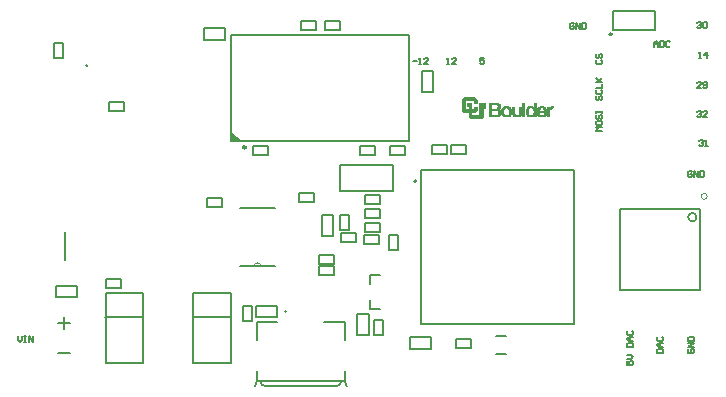
<source format=gto>
G04 Layer_Color=65535*
%FSLAX43Y43*%
%MOMM*%
G71*
G01*
G75*
%ADD34C,0.152*%
%ADD35C,0.254*%
%ADD50C,0.025*%
%ADD71C,0.140*%
%ADD72C,0.200*%
%ADD73C,0.240*%
%ADD74C,0.000*%
%ADD75C,0.127*%
%ADD76C,0.051*%
D34*
X-5305Y14021D02*
G03*
X-5305Y14021I-359J0D01*
G01*
X-59665Y27534D02*
Y28804D01*
Y27534D02*
X-58903D01*
Y28804D01*
X-59665D02*
X-58903D01*
X-55092Y23012D02*
X-53822D01*
Y23774D01*
X-55092D02*
X-53822D01*
X-55092Y23012D02*
Y23774D01*
X-31318Y11227D02*
X-30556D01*
X-31318D02*
Y12497D01*
X-30556D01*
Y11227D02*
Y12497D01*
X-32926Y6284D02*
X-32080D01*
X-32926D02*
Y7049D01*
Y9129D02*
X-32080D01*
X-32926Y8339D02*
Y9129D01*
X-27730Y19380D02*
X-26460D01*
Y20142D01*
X-27730D02*
X-26460D01*
X-27730Y19380D02*
Y20142D01*
X-30976Y16274D02*
Y18466D01*
X-35497Y16274D02*
X-30976D01*
X-35497Y18466D02*
X-30976D01*
X-35497Y16274D02*
Y18466D01*
X-38964Y15316D02*
Y16078D01*
X-37694D01*
Y15316D02*
Y16078D01*
X-38964Y15316D02*
X-37694D01*
X-45517Y14910D02*
Y15672D01*
X-46787Y14910D02*
X-45517D01*
X-46787D02*
Y15672D01*
X-45517D01*
X-22249Y3925D02*
X-21449D01*
X-22249Y2425D02*
X-21449D01*
X-26104Y19355D02*
Y20117D01*
X-24834D01*
Y19355D02*
Y20117D01*
X-26104Y19355D02*
X-24834D01*
X-24410Y2972D02*
Y3734D01*
X-25680Y2972D02*
X-24410D01*
X-25680D02*
Y3734D01*
X-24410D01*
X-37287Y10084D02*
X-36017D01*
X-37287D02*
Y10846D01*
X-36017Y10084D02*
Y10846D01*
X-37287D02*
X-36017D01*
X-37312Y9119D02*
X-36042D01*
X-37312D02*
Y9881D01*
X-36042Y9119D02*
Y9881D01*
X-37312D02*
X-36042D01*
X-55322Y8001D02*
Y8763D01*
X-54052D01*
Y8001D02*
Y8763D01*
X-55322Y8001D02*
X-54052D01*
X-47930Y1698D02*
Y7598D01*
Y1698D02*
X-44730D01*
Y7598D01*
X-47930D02*
X-44730D01*
X-47930Y5588D02*
X-44755Y5587D01*
X-55346Y1688D02*
Y7588D01*
Y1688D02*
X-52146D01*
Y7588D01*
X-55346D02*
X-52146D01*
X-55347Y5578D02*
X-52172Y5577D01*
X-34164Y11887D02*
Y12649D01*
X-35434Y11887D02*
X-34164D01*
X-35434D02*
Y12649D01*
X-34164D01*
X-33350Y15113D02*
Y15875D01*
X-32080D01*
Y15113D02*
Y15875D01*
X-33350Y15113D02*
X-32080D01*
X-34036Y5842D02*
X-33071D01*
Y4064D02*
Y5842D01*
X-34036Y4064D02*
X-33071D01*
X-34036D02*
Y5842D01*
X-34696Y12904D02*
Y14174D01*
X-35458D02*
X-34696D01*
X-35458Y12904D02*
Y14174D01*
Y12904D02*
X-34696D01*
X-31286Y20041D02*
X-30016D01*
X-31286Y19279D02*
Y20041D01*
Y19279D02*
X-30016D01*
Y20041D01*
X-29564Y3861D02*
X-27786D01*
X-29564Y2896D02*
Y3861D01*
Y2896D02*
X-27786D01*
Y3861D01*
X-36804Y29845D02*
X-35534D01*
Y30607D01*
X-36804D02*
X-35534D01*
X-36804Y29845D02*
Y30607D01*
X-43986Y20443D02*
X-29686D01*
Y29443D01*
X-44686D02*
X-29686D01*
X-44686Y21143D02*
Y29443D01*
X-59563Y7239D02*
X-57785D01*
Y8204D01*
X-59563D02*
X-57785D01*
X-59563Y7239D02*
Y8204D01*
X-32563Y19279D02*
Y20041D01*
X-33833Y19279D02*
X-32563D01*
X-33833D02*
Y20041D01*
X-32563D01*
X-41579Y19304D02*
Y20066D01*
X-42849Y19304D02*
X-41579D01*
X-42849D02*
Y20066D01*
X-41579D01*
X-38812Y30632D02*
X-37542D01*
X-38812Y29870D02*
Y30632D01*
Y29870D02*
X-37542D01*
Y30632D01*
X-42598Y5563D02*
X-40820D01*
Y6528D01*
X-42598D02*
X-40820D01*
X-42598Y5563D02*
Y6528D01*
X-42901Y5208D02*
Y6478D01*
X-43663D02*
X-42901D01*
X-43663Y5208D02*
X-42901D01*
X-43663D02*
Y6478D01*
X-33375Y12776D02*
X-32105D01*
Y13538D01*
X-33375D02*
X-32105D01*
X-33375Y12776D02*
Y13538D01*
X-33426Y11760D02*
Y12522D01*
X-32156D01*
Y11760D02*
Y12522D01*
X-33426Y11760D02*
X-32156D01*
X-37008Y14171D02*
X-36043D01*
X-37008Y12393D02*
Y14171D01*
Y12393D02*
X-36043D01*
Y14171D01*
X-32639Y4038D02*
X-31877D01*
X-32639D02*
Y5308D01*
X-31877D01*
Y4038D02*
Y5308D01*
X-33376Y13945D02*
Y14707D01*
X-32106D01*
Y13945D02*
Y14707D01*
X-33376Y13945D02*
X-32106D01*
X-5007Y7878D02*
Y14678D01*
X-11807D02*
X-5007D01*
X-11807Y7878D02*
Y14678D01*
Y7878D02*
X-5007D01*
X-43917Y14834D02*
X-41021D01*
X-43917Y9855D02*
X-42164D01*
X-41021D01*
X-28575Y26391D02*
X-27610D01*
Y24613D02*
Y26391D01*
X-28575Y24613D02*
X-27610D01*
X-28575D02*
Y26391D01*
X-45263Y29058D02*
Y30023D01*
X-47041Y29058D02*
X-45263D01*
X-47041D02*
Y30023D01*
X-45263D01*
X-62738Y3937D02*
Y3598D01*
X-62569Y3429D01*
X-62399Y3598D01*
Y3937D01*
X-62230D02*
X-62061D01*
X-62146D01*
Y3429D01*
X-62230D01*
X-62061D01*
X-61807D02*
Y3937D01*
X-61468Y3429D01*
Y3937D01*
X-15714Y30395D02*
X-15799Y30480D01*
X-15968D01*
X-16053Y30395D01*
Y30057D01*
X-15968Y29972D01*
X-15799D01*
X-15714Y30057D01*
Y30226D01*
X-15884D01*
X-15545Y29972D02*
Y30480D01*
X-15206Y29972D01*
Y30480D01*
X-15037D02*
Y29972D01*
X-14783D01*
X-14699Y30057D01*
Y30395D01*
X-14783Y30480D01*
X-15037D01*
X-8941Y28397D02*
Y28736D01*
X-8772Y28905D01*
X-8602Y28736D01*
Y28397D01*
Y28651D01*
X-8941D01*
X-8433Y28905D02*
Y28397D01*
X-8179D01*
X-8094Y28482D01*
Y28820D01*
X-8179Y28905D01*
X-8433D01*
X-7587Y28820D02*
X-7671Y28905D01*
X-7840D01*
X-7925Y28820D01*
Y28482D01*
X-7840Y28397D01*
X-7671D01*
X-7587Y28482D01*
X-23309Y27508D02*
X-23647D01*
Y27254D01*
X-23478Y27339D01*
X-23393D01*
X-23309Y27254D01*
Y27085D01*
X-23393Y27000D01*
X-23563D01*
X-23647Y27085D01*
X-26416Y27000D02*
X-26247Y27002D01*
X-26331Y27001D01*
X-26336Y27509D01*
X-26420Y27423D01*
X-25654Y27007D02*
X-25993Y27004D01*
X-25657Y27345D01*
X-25658Y27430D01*
X-25743Y27514D01*
X-25913Y27512D01*
X-25996Y27427D01*
X-29309Y27279D02*
X-28970Y27276D01*
X-28804Y27020D02*
X-28635Y27018D01*
X-28719Y27019D01*
X-28713Y27527D01*
X-28799Y27443D01*
X-28042Y27011D02*
X-28381Y27015D01*
X-28038Y27350D01*
X-28037Y27435D01*
X-28121Y27520D01*
X-28290Y27522D01*
X-28376Y27438D01*
X-13310Y21336D02*
X-13817D01*
X-13648Y21505D01*
X-13817Y21675D01*
X-13310D01*
X-13817Y22098D02*
Y21928D01*
X-13733Y21844D01*
X-13394D01*
X-13310Y21928D01*
Y22098D01*
X-13394Y22182D01*
X-13733D01*
X-13817Y22098D01*
X-13733Y22690D02*
X-13817Y22606D01*
Y22436D01*
X-13733Y22352D01*
X-13648D01*
X-13564Y22436D01*
Y22606D01*
X-13479Y22690D01*
X-13394D01*
X-13310Y22606D01*
Y22436D01*
X-13394Y22352D01*
X-13817Y22860D02*
Y23029D01*
Y22944D01*
X-13310D01*
Y22860D01*
Y23029D01*
X-13733Y27313D02*
X-13817Y27229D01*
Y27059D01*
X-13733Y26975D01*
X-13394D01*
X-13310Y27059D01*
Y27229D01*
X-13394Y27313D01*
X-13733Y27821D02*
X-13817Y27737D01*
Y27567D01*
X-13733Y27483D01*
X-13648D01*
X-13564Y27567D01*
Y27737D01*
X-13479Y27821D01*
X-13394D01*
X-13310Y27737D01*
Y27567D01*
X-13394Y27483D01*
X-13733Y24316D02*
X-13817Y24232D01*
Y24062D01*
X-13733Y23978D01*
X-13648D01*
X-13564Y24062D01*
Y24232D01*
X-13479Y24316D01*
X-13394D01*
X-13310Y24232D01*
Y24062D01*
X-13394Y23978D01*
X-13733Y24824D02*
X-13817Y24739D01*
Y24570D01*
X-13733Y24485D01*
X-13394D01*
X-13310Y24570D01*
Y24739D01*
X-13394Y24824D01*
X-13817Y24993D02*
X-13310D01*
Y25332D01*
X-13817Y25501D02*
X-13310D01*
X-13479D01*
X-13817Y25840D01*
X-13564Y25586D01*
X-13310Y25840D01*
X-8661Y2489D02*
X-8153D01*
Y2743D01*
X-8238Y2828D01*
X-8577D01*
X-8661Y2743D01*
Y2489D01*
X-8153Y2997D02*
X-8492D01*
X-8661Y3166D01*
X-8492Y3336D01*
X-8153D01*
X-8407D01*
Y2997D01*
X-8577Y3843D02*
X-8661Y3759D01*
Y3590D01*
X-8577Y3505D01*
X-8238D01*
X-8153Y3590D01*
Y3759D01*
X-8238Y3843D01*
X-11176Y1863D02*
Y1524D01*
X-10922D01*
X-11007Y1693D01*
Y1778D01*
X-10922Y1863D01*
X-10753D01*
X-10668Y1778D01*
Y1609D01*
X-10753Y1524D01*
X-11176Y2032D02*
X-10837D01*
X-10668Y2201D01*
X-10837Y2370D01*
X-11176D01*
Y3047D02*
X-10668D01*
Y3301D01*
X-10753Y3386D01*
X-11091D01*
X-11176Y3301D01*
Y3047D01*
X-10668Y3555D02*
X-11007D01*
X-11176Y3725D01*
X-11007Y3894D01*
X-10668D01*
X-10922D01*
Y3555D01*
X-11091Y4402D02*
X-11176Y4317D01*
Y4148D01*
X-11091Y4063D01*
X-10753D01*
X-10668Y4148D01*
Y4317D01*
X-10753Y4402D01*
X-5982Y2832D02*
X-6068Y2749D01*
X-6069Y2579D01*
X-5986Y2494D01*
X-5647Y2490D01*
X-5562Y2574D01*
X-5560Y2743D01*
X-5643Y2829D01*
X-5813Y2831D01*
X-5815Y2661D01*
X-5557Y2997D02*
X-6065Y3003D01*
X-5553Y3336D01*
X-6061Y3341D01*
X-6059Y3510D02*
X-5551Y3505D01*
X-5548Y3759D01*
X-5632Y3844D01*
X-5971Y3848D01*
X-6056Y3764D01*
X-6059Y3510D01*
X-5656Y17848D02*
X-5740Y17932D01*
X-5910D01*
X-5994Y17848D01*
Y17509D01*
X-5910Y17424D01*
X-5740D01*
X-5656Y17509D01*
Y17678D01*
X-5825D01*
X-5487Y17424D02*
Y17932D01*
X-5148Y17424D01*
Y17932D01*
X-4979D02*
Y17424D01*
X-4725D01*
X-4640Y17509D01*
Y17848D01*
X-4725Y17932D01*
X-4979D01*
X-5055Y20438D02*
X-4970Y20523D01*
X-4801D01*
X-4716Y20438D01*
Y20354D01*
X-4801Y20269D01*
X-4885D01*
X-4801D01*
X-4716Y20184D01*
Y20100D01*
X-4801Y20015D01*
X-4970D01*
X-5055Y20100D01*
X-4547Y20015D02*
X-4377D01*
X-4462D01*
Y20523D01*
X-4547Y20438D01*
X-4894Y24994D02*
X-5232D01*
X-4894Y25332D01*
Y25417D01*
X-4978Y25501D01*
X-5148D01*
X-5232Y25417D01*
X-4725Y25078D02*
X-4640Y24994D01*
X-4471D01*
X-4386Y25078D01*
Y25417D01*
X-4471Y25501D01*
X-4640D01*
X-4725Y25417D01*
Y25332D01*
X-4640Y25248D01*
X-4386D01*
X-5283Y22953D02*
X-5199Y23038D01*
X-5029D01*
X-4945Y22953D01*
Y22868D01*
X-5029Y22784D01*
X-5114D01*
X-5029D01*
X-4945Y22699D01*
Y22614D01*
X-5029Y22530D01*
X-5199D01*
X-5283Y22614D01*
X-4437Y22530D02*
X-4775D01*
X-4437Y22868D01*
Y22953D01*
X-4521Y23038D01*
X-4691D01*
X-4775Y22953D01*
X-5232Y30471D02*
X-5148Y30556D01*
X-4978D01*
X-4894Y30471D01*
Y30387D01*
X-4978Y30302D01*
X-5063D01*
X-4978D01*
X-4894Y30217D01*
Y30133D01*
X-4978Y30048D01*
X-5148D01*
X-5232Y30133D01*
X-4725Y30471D02*
X-4640Y30556D01*
X-4471D01*
X-4386Y30471D01*
Y30133D01*
X-4471Y30048D01*
X-4640D01*
X-4725Y30133D01*
Y30471D01*
X-5080Y27457D02*
X-4911D01*
X-4995D01*
Y27965D01*
X-5080Y27881D01*
X-4403Y27457D02*
Y27965D01*
X-4657Y27711D01*
X-4318D01*
D35*
X-12645Y29491D02*
G03*
X-12649Y29515I72J24D01*
G01*
D50*
X-24409Y22403D02*
X-23520D01*
X-24435Y22428D02*
X-23495D01*
X-24460Y22454D02*
X-23470D01*
X-24486Y22479D02*
X-23444D01*
X-24511Y22504D02*
X-23419D01*
X-24536Y22530D02*
X-23393D01*
X-24562Y22555D02*
X-23368D01*
X-24587Y22581D02*
X-23343D01*
X-24587Y22606D02*
X-23343D01*
X-24587Y22631D02*
X-23343D01*
X-23724Y22657D02*
X-23343D01*
X-24587D02*
X-24359D01*
X-23724Y22682D02*
X-23343D01*
X-24587D02*
X-24359D01*
X-23724Y22708D02*
X-23343D01*
X-24587D02*
X-24359D01*
X-23724Y22733D02*
X-23343D01*
X-24587D02*
X-24359D01*
X-23724Y22758D02*
X-23343D01*
X-24587D02*
X-24359D01*
X-23724Y22784D02*
X-23343D01*
X-24587D02*
X-24359D01*
X-23724Y22809D02*
X-23343D01*
X-24587D02*
X-24359D01*
X-23724Y22835D02*
X-23343D01*
X-24587D02*
X-24359D01*
X-23724Y22860D02*
X-23343D01*
X-24587D02*
X-24359D01*
X-23724Y22885D02*
X-23343D01*
X-24587D02*
X-24359D01*
X-23724Y22911D02*
X-23343D01*
X-25044D02*
X-24105D01*
X-23724Y22936D02*
X-23343D01*
X-25070D02*
X-24079D01*
X-23724Y22962D02*
X-23343D01*
X-25095D02*
X-24054D01*
X-23724Y22987D02*
X-23343D01*
X-25121D02*
X-24028D01*
X-23724Y23012D02*
X-23343D01*
X-25146D02*
X-24003D01*
X-23724Y23038D02*
X-23343D01*
X-25171D02*
X-23978D01*
X-23724Y23063D02*
X-23343D01*
X-25171D02*
X-23952D01*
X-23724Y23089D02*
X-23343D01*
X-25171D02*
X-23927D01*
X-23724Y23114D02*
X-23343D01*
X-25171D02*
X-23927D01*
X-23724Y23139D02*
X-23343D01*
X-25171D02*
X-23927D01*
X-23724Y23165D02*
X-23343D01*
X-24155D02*
X-23927D01*
X-24587D02*
X-24359D01*
X-25171D02*
X-24943D01*
X-23724Y23190D02*
X-23343D01*
X-24155D02*
X-23927D01*
X-24587D02*
X-24359D01*
X-25171D02*
X-24943D01*
X-23724Y23216D02*
X-23343D01*
X-24155D02*
X-23927D01*
X-24587D02*
X-24359D01*
X-25171D02*
X-24943D01*
X-23724Y23241D02*
X-23343D01*
X-24155D02*
X-23927D01*
X-24587D02*
X-24359D01*
X-25171D02*
X-24943D01*
X-23724Y23266D02*
X-23343D01*
X-24155D02*
X-23927D01*
X-24587D02*
X-24359D01*
X-25171D02*
X-24943D01*
X-23724Y23292D02*
X-23190D01*
X-24155D02*
X-23927D01*
X-24587D02*
X-24359D01*
X-25171D02*
X-24943D01*
X-23724Y23317D02*
X-23190D01*
X-24155D02*
X-23927D01*
X-24587D02*
X-24359D01*
X-25171D02*
X-24943D01*
X-23724Y23343D02*
X-23190D01*
X-24155D02*
X-23927D01*
X-24587D02*
X-24359D01*
X-25171D02*
X-24943D01*
X-23724Y23368D02*
X-23190D01*
X-24587D02*
X-24359D01*
X-25171D02*
X-24943D01*
X-23724Y23393D02*
X-23190D01*
X-24587D02*
X-24359D01*
X-25171D02*
X-24943D01*
X-23343Y23419D02*
X-23190D01*
X-23724D02*
X-23343D01*
X-24740D02*
X-24359D01*
X-25171D02*
X-24943D01*
X-23343Y23444D02*
X-23190D01*
X-23724D02*
X-23343D01*
X-24740D02*
X-24359D01*
X-25171D02*
X-24943D01*
X-23343Y23470D02*
X-23190D01*
X-23724D02*
X-23343D01*
X-24740D02*
X-24359D01*
X-25171D02*
X-24943D01*
X-23343Y23495D02*
X-23190D01*
X-23724D02*
X-23343D01*
X-24740D02*
X-24359D01*
X-25171D02*
X-24943D01*
X-23343Y23520D02*
X-23190D01*
X-23724D02*
X-23343D01*
X-24740D02*
X-24359D01*
X-25171D02*
X-24943D01*
X-23343Y23546D02*
X-23190D01*
X-23724D02*
X-23343D01*
X-24740D02*
X-24359D01*
X-25171D02*
X-24943D01*
X-23343Y23571D02*
X-23190D01*
X-23724D02*
X-23343D01*
X-24740D02*
X-24359D01*
X-25171D02*
X-24943D01*
X-23343Y23597D02*
X-23190D01*
X-23724D02*
X-23343D01*
X-24740D02*
X-24359D01*
X-25171D02*
X-24943D01*
X-23343Y23622D02*
X-23190D01*
X-23724D02*
X-23343D01*
X-24740D02*
X-24359D01*
X-25171D02*
X-24943D01*
X-23343Y23647D02*
X-23190D01*
X-23724D02*
X-23343D01*
X-24740D02*
X-24359D01*
X-25171D02*
X-24943D01*
X-25171Y23673D02*
X-24943D01*
X-25171Y23698D02*
X-24943D01*
X-24155Y23724D02*
X-23927D01*
X-25171D02*
X-24943D01*
X-24155Y23749D02*
X-23927D01*
X-25171D02*
X-24943D01*
X-24155Y23774D02*
X-23927D01*
X-25171D02*
X-24943D01*
X-24155Y23800D02*
X-23927D01*
X-25171D02*
X-24943D01*
X-24155Y23825D02*
X-23927D01*
X-25171D02*
X-24943D01*
X-24155Y23851D02*
X-23927D01*
X-25171D02*
X-24943D01*
X-24155Y23876D02*
X-23927D01*
X-25171D02*
X-24943D01*
X-24155Y23901D02*
X-23927D01*
X-25171D02*
X-24943D01*
X-25171Y23927D02*
X-23927D01*
X-25171Y23952D02*
X-23927D01*
X-25171Y23978D02*
X-23927D01*
X-25146Y24003D02*
X-23952D01*
X-25121Y24028D02*
X-23978D01*
X-25095Y24054D02*
X-24003D01*
X-25070Y24079D02*
X-24028D01*
X-25044Y24105D02*
X-24054D01*
X-25019Y24130D02*
X-24079D01*
X-24994Y24155D02*
X-24105D01*
D71*
X-56859Y26832D02*
G03*
X-56859Y26832I-70J0D01*
G01*
D72*
X-29008Y17072D02*
G03*
X-29008Y17072I-110J0D01*
G01*
X-35854Y-303D02*
G03*
X-35391Y144I8J455D01*
G01*
X-42231D02*
G03*
X-41768Y-303I455J8D01*
G01*
X-35111Y187D02*
G03*
X-34925Y-300I727J0D01*
G01*
X-42698Y-300D02*
G03*
X-42511Y187I-509J474D01*
G01*
X-15673Y5011D02*
Y18011D01*
X-28673Y5011D02*
X-15673D01*
X-28673D02*
Y18011D01*
X-15673D01*
X-58773Y10382D02*
Y12782D01*
X-41771Y-303D02*
X-35851D01*
X-42511Y3597D02*
Y5187D01*
Y187D02*
Y1037D01*
Y187D02*
X-42231D01*
X-35111D01*
Y1037D01*
Y3597D02*
Y5187D01*
X-36811D02*
X-35111D01*
X-42511D02*
X-40811D01*
X-8791Y30683D02*
Y31496D01*
X-12344D02*
X-8791D01*
X-12344Y29845D02*
Y31496D01*
Y29845D02*
X-8788D01*
X-8791Y29870D02*
Y30683D01*
D73*
X-43466Y19943D02*
G03*
X-43466Y19943I-120J0D01*
G01*
D74*
X-40031Y6007D02*
G03*
X-40031Y6007I-81J0D01*
G01*
X-4403Y15778D02*
G03*
X-4403Y15778I-254J0D01*
G01*
X-42164Y9853D02*
G03*
X-42774Y9832I-305J-11D01*
G01*
D75*
X-59334Y2540D02*
X-58318D01*
X-59360Y5080D02*
X-58344D01*
X-58852Y4572D02*
Y5588D01*
X-44686Y20543D02*
Y20643D01*
Y21143D02*
X-43986Y20443D01*
X-44686Y21043D02*
X-44086Y20443D01*
X-44686Y20943D02*
X-44186Y20443D01*
X-44686Y20843D02*
X-44286Y20443D01*
X-44686Y20743D02*
X-44386Y20443D01*
X-44686Y20643D02*
X-44486Y20443D01*
X-44686Y20543D02*
X-44586Y20443D01*
X-44686D02*
X-44586D01*
X-44486D01*
X-44386D01*
X-44286D01*
X-44186D01*
X-44086D01*
X-43986D01*
X-44686Y21043D02*
Y21143D01*
Y20943D02*
Y21043D01*
Y20843D02*
Y20943D01*
Y20743D02*
Y20843D01*
Y20643D02*
Y20743D01*
Y20443D02*
Y20543D01*
X-42231Y147D02*
Y187D01*
D76*
X-17958Y22555D02*
X-17805D01*
X-18618D02*
X-18212D01*
X-19075D02*
X-18923D01*
X-19583D02*
X-19177D01*
X-20041D02*
X-19888D01*
X-20752D02*
X-20345D01*
X-21615D02*
X-21209D01*
X-22835D02*
X-22123D01*
X-17958Y22606D02*
X-17805D01*
X-18720D02*
X-18110D01*
X-19634D02*
X-18923D01*
X-20041D02*
X-19888D01*
X-21717D02*
X-21107D01*
X-22835D02*
X-22022D01*
X-17958Y22657D02*
X-17805D01*
X-18364D02*
X-18110D01*
X-18771D02*
X-18466D01*
X-19279D02*
X-18923D01*
X-19685D02*
X-19431D01*
X-20041D02*
X-19888D01*
X-20498D02*
X-20142D01*
X-20853D02*
X-20599D01*
X-21361D02*
X-21057D01*
X-21768D02*
X-21463D01*
X-22835D02*
X-21971D01*
X-17958Y22708D02*
X-17805D01*
X-18263D02*
X-18059D01*
X-18771D02*
X-18567D01*
X-19177D02*
X-18923D01*
X-19685D02*
X-19482D01*
X-20041D02*
X-19888D01*
X-20396D02*
X-20142D01*
X-20853D02*
X-20701D01*
X-21260D02*
X-21057D01*
X-21768D02*
X-21565D01*
X-22174D02*
X-21920D01*
X-22835D02*
X-22682D01*
X-17958Y22758D02*
X-17805D01*
X-18212D02*
X-18059D01*
X-18821D02*
X-18618D01*
X-19126D02*
X-18923D01*
X-19736D02*
X-19533D01*
X-20041D02*
X-19888D01*
X-20345D02*
X-20142D01*
X-20904D02*
X-20701D01*
X-21209D02*
X-21006D01*
X-21819D02*
X-21615D01*
X-22123D02*
X-21920D01*
X-22835D02*
X-22682D01*
X-17958Y22809D02*
X-17805D01*
X-18212D02*
X-18009D01*
X-18821D02*
X-18618D01*
X-19126D02*
X-18923D01*
X-19736D02*
X-19583D01*
X-20041D02*
X-19888D01*
X-20345D02*
X-20142D01*
X-20904D02*
X-20752D01*
X-21209D02*
X-21006D01*
X-21819D02*
X-21666D01*
X-22073D02*
X-21920D01*
X-22835D02*
X-22682D01*
X-17958Y22860D02*
X-17805D01*
X-18821D02*
X-18669D01*
X-19075D02*
X-18923D01*
X-19736D02*
X-19583D01*
X-20041D02*
X-19888D01*
X-20345D02*
X-20142D01*
X-20904D02*
X-20752D01*
X-21158D02*
X-21006D01*
X-21819D02*
X-21666D01*
X-22073D02*
X-21920D01*
X-22835D02*
X-22682D01*
X-17958Y22911D02*
X-17805D01*
X-18821D02*
X-18669D01*
X-19075D02*
X-18923D01*
X-19736D02*
X-19583D01*
X-20041D02*
X-19888D01*
X-20295D02*
X-20142D01*
X-20904D02*
X-20752D01*
X-21158D02*
X-21006D01*
X-21819D02*
X-21666D01*
X-22073D02*
X-21920D01*
X-22835D02*
X-22682D01*
X-17958Y22962D02*
X-17805D01*
X-18821D02*
X-18009D01*
X-19075D02*
X-18923D01*
X-19736D02*
X-19583D01*
X-20041D02*
X-19888D01*
X-20295D02*
X-20142D01*
X-20904D02*
X-20752D01*
X-21158D02*
X-21006D01*
X-21819D02*
X-21666D01*
X-22073D02*
X-21920D01*
X-22835D02*
X-22682D01*
X-17958Y23012D02*
X-17805D01*
X-18821D02*
X-18009D01*
X-19075D02*
X-18923D01*
X-19736D02*
X-19583D01*
X-20041D02*
X-19888D01*
X-20295D02*
X-20142D01*
X-20904D02*
X-20752D01*
X-21158D02*
X-21006D01*
X-21819D02*
X-21666D01*
X-22123D02*
X-21920D01*
X-22835D02*
X-22682D01*
X-17958Y23063D02*
X-17755D01*
X-18212D02*
X-18009D01*
X-18821D02*
X-18669D01*
X-19075D02*
X-18923D01*
X-19736D02*
X-19583D01*
X-20041D02*
X-19888D01*
X-20295D02*
X-20142D01*
X-20904D02*
X-20752D01*
X-21158D02*
X-21006D01*
X-21819D02*
X-21666D01*
X-22225D02*
X-21971D01*
X-22835D02*
X-22682D01*
X-17958Y23114D02*
X-17755D01*
X-18212D02*
X-18059D01*
X-18821D02*
X-18669D01*
X-19126D02*
X-18923D01*
X-19736D02*
X-19583D01*
X-20041D02*
X-19888D01*
X-20295D02*
X-20142D01*
X-20904D02*
X-20752D01*
X-21158D02*
X-21006D01*
X-21819D02*
X-21666D01*
X-22835D02*
X-21971D01*
X-17958Y23165D02*
X-17704D01*
X-18212D02*
X-18059D01*
X-18821D02*
X-18618D01*
X-19126D02*
X-18923D01*
X-19736D02*
X-19533D01*
X-20041D02*
X-19888D01*
X-20295D02*
X-20142D01*
X-20904D02*
X-20752D01*
X-21209D02*
X-21006D01*
X-21819D02*
X-21615D01*
X-22835D02*
X-22073D01*
X-17958Y23216D02*
X-17653D01*
X-18263D02*
X-18059D01*
X-18771D02*
X-18567D01*
X-19177D02*
X-18923D01*
X-19736D02*
X-19533D01*
X-20041D02*
X-19888D01*
X-20295D02*
X-20142D01*
X-20904D02*
X-20752D01*
X-21260D02*
X-21057D01*
X-21768D02*
X-21615D01*
X-22835D02*
X-22022D01*
X-17958Y23266D02*
X-17551D01*
X-18313D02*
X-18110D01*
X-18771D02*
X-18517D01*
X-19228D02*
X-18923D01*
X-19685D02*
X-19482D01*
X-20041D02*
X-19888D01*
X-20295D02*
X-20142D01*
X-20904D02*
X-20752D01*
X-21311D02*
X-21057D01*
X-21768D02*
X-21514D01*
X-22225D02*
X-21971D01*
X-22835D02*
X-22682D01*
X-17958Y23317D02*
X-17450D01*
X-18720D02*
X-18110D01*
X-19634D02*
X-18923D01*
X-20041D02*
X-19888D01*
X-20295D02*
X-20142D01*
X-20904D02*
X-20752D01*
X-21717D02*
X-21107D01*
X-22174D02*
X-21971D01*
X-22835D02*
X-22682D01*
X-17729Y23368D02*
X-17450D01*
X-17958D02*
X-17805D01*
X-18669D02*
X-18161D01*
X-19075D02*
X-18923D01*
X-19583D02*
X-19126D01*
X-20041D02*
X-19888D01*
X-20295D02*
X-20142D01*
X-20904D02*
X-20752D01*
X-21666D02*
X-21158D01*
X-22123D02*
X-21971D01*
X-22835D02*
X-22682D01*
X-17653Y23419D02*
X-17450D01*
X-18567D02*
X-18263D01*
X-19075D02*
X-18923D01*
X-19533D02*
X-19228D01*
X-20041D02*
X-19888D01*
X-21565D02*
X-21260D01*
X-22123D02*
X-21920D01*
X-22835D02*
X-22682D01*
X-19075Y23470D02*
X-18923D01*
X-20041D02*
X-19888D01*
X-22123D02*
X-21920D01*
X-22835D02*
X-22682D01*
X-19075Y23520D02*
X-18923D01*
X-20041D02*
X-19888D01*
X-22174D02*
X-21971D01*
X-22835D02*
X-22682D01*
X-19075Y23571D02*
X-18923D01*
X-20041D02*
X-19888D01*
X-22225D02*
X-21971D01*
X-22835D02*
X-22682D01*
X-19075Y23622D02*
X-18923D01*
X-20041D02*
X-19888D01*
X-22835D02*
X-22022D01*
X-19075Y23673D02*
X-18923D01*
X-20041D02*
X-19888D01*
X-22835D02*
X-22073D01*
X-20828Y22606D02*
X-20244D01*
M02*

</source>
